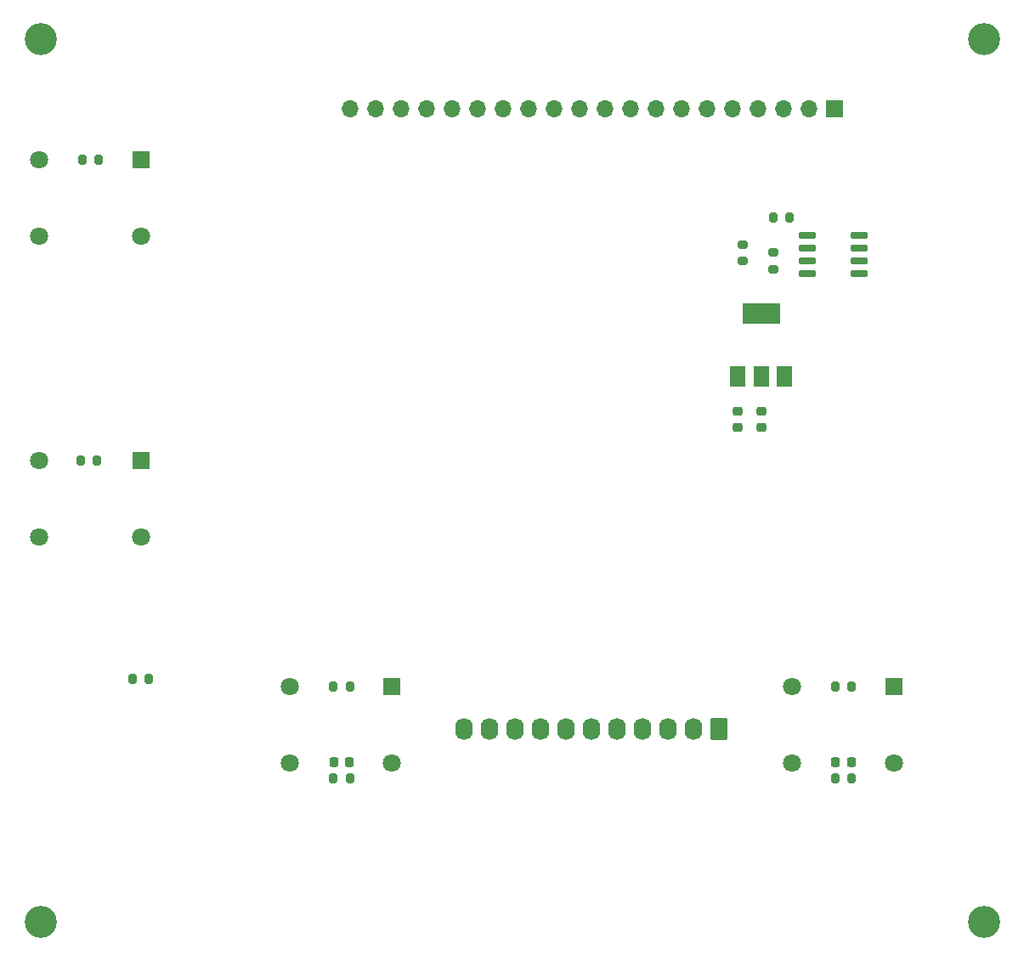
<source format=gbr>
%TF.GenerationSoftware,KiCad,Pcbnew,(5.99.0-8090-ga1d7a959f7)*%
%TF.CreationDate,2021-11-03T17:46:47+00:00*%
%TF.ProjectId,Front_Panel,46726f6e-745f-4506-916e-656c2e6b6963,rev?*%
%TF.SameCoordinates,Original*%
%TF.FileFunction,Soldermask,Bot*%
%TF.FilePolarity,Negative*%
%FSLAX46Y46*%
G04 Gerber Fmt 4.6, Leading zero omitted, Abs format (unit mm)*
G04 Created by KiCad (PCBNEW (5.99.0-8090-ga1d7a959f7)) date 2021-11-03 17:46:47*
%MOMM*%
%LPD*%
G01*
G04 APERTURE LIST*
G04 Aperture macros list*
%AMRoundRect*
0 Rectangle with rounded corners*
0 $1 Rounding radius*
0 $2 $3 $4 $5 $6 $7 $8 $9 X,Y pos of 4 corners*
0 Add a 4 corners polygon primitive as box body*
4,1,4,$2,$3,$4,$5,$6,$7,$8,$9,$2,$3,0*
0 Add four circle primitives for the rounded corners*
1,1,$1+$1,$2,$3,0*
1,1,$1+$1,$4,$5,0*
1,1,$1+$1,$6,$7,0*
1,1,$1+$1,$8,$9,0*
0 Add four rect primitives between the rounded corners*
20,1,$1+$1,$2,$3,$4,$5,0*
20,1,$1+$1,$4,$5,$6,$7,0*
20,1,$1+$1,$6,$7,$8,$9,0*
20,1,$1+$1,$8,$9,$2,$3,0*%
G04 Aperture macros list end*
%ADD10C,3.200000*%
%ADD11R,1.800000X1.800000*%
%ADD12C,1.800000*%
%ADD13R,1.700000X1.700000*%
%ADD14O,1.700000X1.700000*%
%ADD15RoundRect,0.225000X-0.225000X-0.250000X0.225000X-0.250000X0.225000X0.250000X-0.225000X0.250000X0*%
%ADD16RoundRect,0.200000X0.200000X0.275000X-0.200000X0.275000X-0.200000X-0.275000X0.200000X-0.275000X0*%
%ADD17RoundRect,0.200000X-0.200000X-0.275000X0.200000X-0.275000X0.200000X0.275000X-0.200000X0.275000X0*%
%ADD18R,1.500000X2.000000*%
%ADD19R,3.800000X2.000000*%
%ADD20RoundRect,0.225000X-0.250000X0.225000X-0.250000X-0.225000X0.250000X-0.225000X0.250000X0.225000X0*%
%ADD21RoundRect,0.250000X0.620000X0.845000X-0.620000X0.845000X-0.620000X-0.845000X0.620000X-0.845000X0*%
%ADD22O,1.740000X2.190000*%
%ADD23RoundRect,0.150000X0.725000X0.150000X-0.725000X0.150000X-0.725000X-0.150000X0.725000X-0.150000X0*%
%ADD24RoundRect,0.200000X0.275000X-0.200000X0.275000X0.200000X-0.275000X0.200000X-0.275000X-0.200000X0*%
G04 APERTURE END LIST*
D10*
%TO.C,H1*%
X164000000Y-146000000D03*
%TD*%
%TO.C,H4*%
X70000000Y-58000000D03*
%TD*%
D11*
%TO.C,SW2*%
X80000000Y-100000000D03*
D12*
X69840000Y-100000000D03*
X80000000Y-107620000D03*
X69840000Y-107620000D03*
%TD*%
D10*
%TO.C,H3*%
X70000000Y-146000000D03*
%TD*%
D11*
%TO.C,SW4*%
X155000000Y-122500000D03*
D12*
X144840000Y-122500000D03*
X155000000Y-130120000D03*
X144840000Y-130120000D03*
%TD*%
D11*
%TO.C,SW1*%
X80000000Y-70000000D03*
D12*
X69840000Y-70000000D03*
X80000000Y-77620000D03*
X69840000Y-77620000D03*
%TD*%
D10*
%TO.C,H2*%
X164000000Y-58000000D03*
%TD*%
D11*
%TO.C,SW3*%
X105000000Y-122500000D03*
D12*
X94840000Y-122500000D03*
X105000000Y-130120000D03*
X94840000Y-130120000D03*
%TD*%
D13*
%TO.C,J2*%
X149125000Y-65000000D03*
D14*
X146585000Y-65000000D03*
X144045000Y-65000000D03*
X141505000Y-65000000D03*
X138965000Y-65000000D03*
X136425000Y-65000000D03*
X133885000Y-65000000D03*
X131345000Y-65000000D03*
X128805000Y-65000000D03*
X126265000Y-65000000D03*
X123725000Y-65000000D03*
X121185000Y-65000000D03*
X118645000Y-65000000D03*
X116105000Y-65000000D03*
X113565000Y-65000000D03*
X111025000Y-65000000D03*
X108485000Y-65000000D03*
X105945000Y-65000000D03*
X103405000Y-65000000D03*
X100865000Y-65000000D03*
%TD*%
D15*
%TO.C,C4*%
X149225000Y-130100000D03*
X150775000Y-130100000D03*
%TD*%
D16*
%TO.C,R8*%
X150825000Y-122500000D03*
X149175000Y-122500000D03*
%TD*%
D15*
%TO.C,C3*%
X99225000Y-130100000D03*
X100775000Y-130100000D03*
%TD*%
D16*
%TO.C,R2*%
X144625000Y-75800000D03*
X142975000Y-75800000D03*
%TD*%
D17*
%TO.C,R9*%
X99175000Y-131700000D03*
X100825000Y-131700000D03*
%TD*%
D16*
%TO.C,R6*%
X75625000Y-100000000D03*
X73975000Y-100000000D03*
%TD*%
D17*
%TO.C,R1*%
X79175000Y-121750000D03*
X80825000Y-121750000D03*
%TD*%
D18*
%TO.C,U1*%
X144100000Y-91650000D03*
X141800000Y-91650000D03*
D19*
X141800000Y-85350000D03*
D18*
X139500000Y-91650000D03*
%TD*%
D20*
%TO.C,C2*%
X141800000Y-95125000D03*
X141800000Y-96675000D03*
%TD*%
D21*
%TO.C,J1*%
X137600000Y-126800000D03*
D22*
X135060000Y-126800000D03*
X132520000Y-126800000D03*
X129980000Y-126800000D03*
X127440000Y-126800000D03*
X124900000Y-126800000D03*
X122360000Y-126800000D03*
X119820000Y-126800000D03*
X117280000Y-126800000D03*
X114740000Y-126800000D03*
X112200000Y-126800000D03*
%TD*%
D23*
%TO.C,U2*%
X151575000Y-77595000D03*
X151575000Y-78865000D03*
X151575000Y-80135000D03*
X151575000Y-81405000D03*
X146425000Y-81405000D03*
X146425000Y-80135000D03*
X146425000Y-78865000D03*
X146425000Y-77595000D03*
%TD*%
D16*
%TO.C,R5*%
X75825000Y-70000000D03*
X74175000Y-70000000D03*
%TD*%
%TO.C,R7*%
X100825000Y-122500000D03*
X99175000Y-122500000D03*
%TD*%
D17*
%TO.C,R10*%
X149175000Y-131700000D03*
X150825000Y-131700000D03*
%TD*%
D24*
%TO.C,R4*%
X143000000Y-80925000D03*
X143000000Y-79275000D03*
%TD*%
D20*
%TO.C,C1*%
X139500000Y-95125000D03*
X139500000Y-96675000D03*
%TD*%
D24*
%TO.C,R3*%
X140000000Y-80125000D03*
X140000000Y-78475000D03*
%TD*%
M02*

</source>
